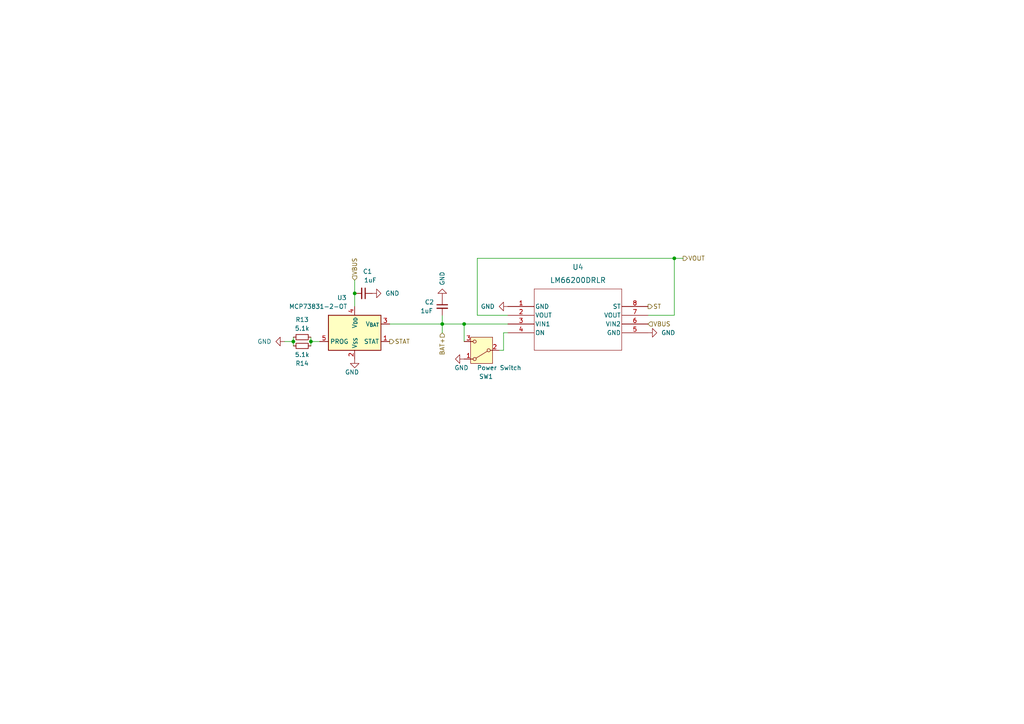
<source format=kicad_sch>
(kicad_sch (version 20230121) (generator eeschema)
  (paper "A4")
  (lib_symbols
    (symbol "Battery_Management:MCP73831-2-OT"
      (property "Reference" "U" (at -7.62 6.35 0))
      (property "Value" "MCP73831-2-OT" (at 1.27 6.35 0))
      (symbol "MCP73831-2-OT_0_1"
        (rectangle (start -7.62 5.08) (end 7.62 -5.08) (stroke (width 0.254)) (fill (type background)))
      )
      (symbol "MCP73831-2-OT_1_1"
        (pin tri_state line (at 10.16 -2.54 180) (length 2.54) (name "STAT") (number "1"))
        (pin power_in line (at 0 -7.62 90) (length 2.54) (name "V_{SS}") (number "2"))
        (pin power_out line (at 10.16 2.54 180) (length 2.54) (name "V_{BAT}") (number "3"))
        (pin power_in line (at 0 7.62 270) (length 2.54) (name "V_{DD}") (number "4"))
        (pin input line (at -10.16 -2.54 0) (length 2.54) (name "PROG") (number "5"))
      )
    )
    (symbol "Device:C_Small" (pin_numbers hide) (pin_names (offset 0.254) hide)
      (property "Reference" "C" (at 0.254 1.778 0))
      (property "Value" "C_Small" (at 0.254 -2.032 0))
      (symbol "C_Small_0_1"
        (polyline (pts (xy -1.524 -0.508) (xy 1.524 -0.508)) (stroke (width 0.3302)))
        (polyline (pts (xy -1.524 0.508) (xy 1.524 0.508)) (stroke (width 0.3048)))
      )
      (symbol "C_Small_1_1"
        (pin passive line (at 0 2.54 270) (length 2.032) (name "~") (number "1"))
        (pin passive line (at 0 -2.54 90) (length 2.032) (name "~") (number "2"))
      )
    )
    (symbol "Device:R_Small" (pin_numbers hide) (pin_names (offset 0.254) hide)
      (property "Reference" "R" (at 0.762 0.508 0))
      (property "Value" "R_Small" (at 0.762 -1.016 0))
      (symbol "R_Small_0_1"
        (rectangle (start -0.762 1.778) (end 0.762 -1.778) (stroke (width 0.2032)))
      )
      (symbol "R_Small_1_1"
        (pin passive line (at 0 2.54 270) (length 0.762) (name "~") (number "1"))
        (pin passive line (at 0 -2.54 90) (length 0.762) (name "~") (number "2"))
      )
    )
    (symbol "Power Diode:LM66200DRLR" (pin_names (offset 0.254))
      (property "Reference" "U" (at 20.32 10.16 0))
      (property "Value" "LM66200DRLR" (at 20.32 7.62 0))
      (symbol "LM66200DRLR_0_1"
        (polyline (pts (xy 7.62 -12.7) (xy 33.02 -12.7)) (stroke (width 0.127)))
        (polyline (pts (xy 7.62 5.08) (xy 7.62 -12.7)) (stroke (width 0.127)))
        (polyline (pts (xy 33.02 -12.7) (xy 33.02 5.08)) (stroke (width 0.127)))
        (polyline (pts (xy 33.02 5.08) (xy 7.62 5.08)) (stroke (width 0.127)))
        (pin power_out line (at 0 0 0) (length 7.62) (name "GND") (number "1"))
        (pin power_in line (at 0 -2.54 0) (length 7.62) (name "VOUT") (number "2"))
        (pin input line (at 0 -5.08 0) (length 7.62) (name "VIN1") (number "3"))
        (pin input line (at 0 -7.62 0) (length 7.62) (name "ON") (number "4"))
        (pin power_out line (at 40.64 -7.62 180) (length 7.62) (name "GND") (number "5"))
        (pin input line (at 40.64 -5.08 180) (length 7.62) (name "VIN2") (number "6"))
        (pin output line (at 40.64 -2.54 180) (length 7.62) (name "VOUT") (number "7"))
        (pin output line (at 40.64 0 180) (length 7.62) (name "ST") (number "8"))
      )
    )
    (symbol "Switch:SW_SPDT" (pin_names (offset 0) hide)
      (property "Reference" "SW" (at 0 5.08 0))
      (property "Value" "SW_SPDT" (at 0 -5.08 0))
      (symbol "SW_SPDT_0_1"
        (circle (center -2.032 0) (radius 0.4572))
        (polyline (pts (xy -1.651 0.254) (xy 1.651 2.286)))
        (circle (center 2.032 -2.54) (radius 0.4572))
        (circle (center 2.032 2.54) (radius 0.4572))
      )
      (symbol "SW_SPDT_1_1"
        (rectangle (start -3.175 3.81) (end 3.175 -3.81) (fill (type background)))
        (pin passive line (at 5.08 2.54 180) (length 2.54) (name "A") (number "1"))
        (pin passive line (at -5.08 0 0) (length 2.54) (name "B") (number "2"))
        (pin passive line (at 5.08 -2.54 180) (length 2.54) (name "C") (number "3"))
      )
    )
    (symbol "power:GND" (power) (pin_names (offset 0))
      (property "Value" "GND" (at 0 -3.81 0))
      (symbol "GND_0_1"
        (polyline (pts (xy 0 0) (xy 0 -1.27) (xy 1.27 -1.27) (xy 0 -2.54) (xy -1.27 -1.27) (xy 0 -1.27)))
      )
      (symbol "GND_1_1"
        (pin power_in line (at 0 0 270) (length 0) hide (name "GND") (number "1"))
      )
    )
  )
  (junction (at 85.09 99.06))
  (junction (at 195.58 74.93))
  (junction (at 90.17 99.06))
  (junction (at 102.87 85.09))
  (junction (at 134.62 93.98))
  (junction (at 128.27 93.98))
  (wire (pts (xy 187.96 91.44) (xy 195.58 91.44)))
  (wire (pts (xy 146.05 101.6) (xy 144.78 101.6)))
  (wire (pts (xy 102.87 81.28) (xy 102.87 85.09)))
  (wire (pts (xy 82.55 99.06) (xy 85.09 99.06)))
  (wire (pts (xy 85.09 97.79) (xy 85.09 99.06)))
  (wire (pts (xy 113.03 93.98) (xy 128.27 93.98)))
  (wire (pts (xy 85.09 99.06) (xy 85.09 100.33)))
  (wire (pts (xy 128.27 93.98) (xy 134.62 93.98)))
  (wire (pts (xy 134.62 93.98) (xy 147.32 93.98)))
  (wire (pts (xy 146.05 101.6) (xy 146.05 96.52)))
  (wire (pts (xy 146.05 96.52) (xy 147.32 96.52)))
  (wire (pts (xy 90.17 99.06) (xy 90.17 100.33)))
  (wire (pts (xy 195.58 74.93) (xy 195.58 91.44)))
  (wire (pts (xy 128.27 93.98) (xy 128.27 96.52)))
  (wire (pts (xy 138.43 74.93) (xy 195.58 74.93)))
  (wire (pts (xy 90.17 97.79) (xy 90.17 99.06)))
  (wire (pts (xy 102.87 85.09) (xy 102.87 88.9)))
  (wire (pts (xy 134.62 93.98) (xy 134.62 99.06)))
  (wire (pts (xy 147.32 91.44) (xy 138.43 91.44)))
  (wire (pts (xy 195.58 74.93) (xy 198.12 74.93)))
  (wire (pts (xy 128.27 91.44) (xy 128.27 93.98)))
  (wire (pts (xy 90.17 99.06) (xy 92.71 99.06)))
  (wire (pts (xy 138.43 91.44) (xy 138.43 74.93)))
  (hierarchical_label "VBUS" (shape input) (at 187.96 93.98 0))
  (hierarchical_label "VOUT" (shape output) (at 198.12 74.93 0))
  (hierarchical_label "BAT+" (shape input) (at 128.27 96.52 270))
  (hierarchical_label "STAT" (shape output) (at 113.03 99.06 0))
  (hierarchical_label "ST" (shape output) (at 187.96 88.9 0))
  (hierarchical_label "VBUS" (shape input) (at 102.87 81.28 90))
  (symbol (lib_id "power:GND") (at 102.87 104.14 0) (unit 1)
    (property "Reference" "#PWR013" (effects hide))
    (property "Value" "GND" (at 104.14 107.95 0) (effects (justify right)))
  )
  (symbol (lib_id "power:GND") (at 147.32 88.9 270) (unit 1)
    (property "Reference" "#PWR016" (effects hide))
    (property "Value" "GND" (at 143.51 88.8999 90) (effects (justify right)))
  )
  (symbol (lib_id "power:GND") (at 134.62 104.14 270) (unit 1)
    (property "Reference" "#PWR015" (effects hide))
    (property "Value" "GND" (at 135.89 106.68 90) (effects (justify right)))
  )
  (symbol (lib_id "power:GND") (at 107.95 85.09 90) (unit 1)
    (property "Reference" "#PWR012" (effects hide))
    (property "Value" "GND" (at 111.76 85.09 90) (effects (justify right)))
  )
  (symbol (lib_id "Device:C_Small") (at 128.27 88.9 0) (unit 1)
    (property "Reference" "C2" (at 123.19 87.63 0) (effects (justify left)))
    (property "Value" "1uF" (at 121.92 90.17 0) (effects (justify left)))
    (property "Footprint" "Capacitor_SMD:C_0603_1608Metric" (effects hide))
  )
  (symbol (lib_id "Power Diode:LM66200DRLR") (at 147.32 88.9 0) (unit 1)
    (property "Reference" "U4" (at 167.64 77.47 0) (effects (font (size 1.524 1.524))))
    (property "Value" "LM66200DRLR" (at 167.64 81.28 0) (effects (font (size 1.524 1.524))))
    (property "Footprint" "Power Diode:SOT-5X3_DRL_TEX" (effects hide))
    (property "Datasheet" "https://www.ti.com/lit/ds/symlink/lm66200.pdf" (effects hide))
  )
  (symbol (lib_id "Device:R_Small") (at 87.63 97.79 90) (unit 1)
    (property "Reference" "R13" (at 87.63 92.71 90))
    (property "Value" "5.1k" (at 87.63 95.25 90))
    (property "Footprint" "Resistor_SMD:R_0603_1608Metric" (effects hide))
  )
  (symbol (lib_id "Switch:SW_SPDT") (at 139.7 101.6 180) (unit 1)
    (property "Reference" "SW1" (at 140.97 109.22 0))
    (property "Value" "Power Switch" (at 144.78 106.68 0))
    (property "Footprint" "Button_Switch_SMD:SW_SPDT_PCM12" (effects hide))
  )
  (symbol (lib_id "Battery_Management:MCP73831-2-OT") (at 102.87 96.52 0) (unit 1)
    (property "Reference" "U3" (at 97.79 86.36 0) (effects (justify left)))
    (property "Value" "MCP73831-2-OT" (at 83.82 88.9 0) (effects (justify left)))
    (property "Footprint" "Package_TO_SOT_SMD:SOT-23-5" (effects hide))
    (property "Datasheet" "http://ww1.microchip.com/downloads/en/DeviceDoc/20001984g.pdf" (effects hide))
  )
  (symbol (lib_id "power:GND") (at 128.27 86.36 180) (unit 1)
    (property "Reference" "#PWR014" (effects hide))
    (property "Value" "GND" (at 128.27 78.74 90) (effects (justify left)))
  )
  (symbol (lib_id "Device:R_Small") (at 87.63 100.33 270) (unit 1)
    (property "Reference" "R14" (at 87.63 105.41 90))
    (property "Value" "5.1k" (at 87.63 102.87 90))
    (property "Footprint" "Resistor_SMD:R_0603_1608Metric" (effects hide))
  )
  (symbol (lib_id "power:GND") (at 187.96 96.52 90) (unit 1)
    (property "Reference" "#PWR017" (effects hide))
    (property "Value" "GND" (at 191.77 96.5199 90) (effects (justify right)))
  )
  (symbol (lib_id "Device:C_Small") (at 105.41 85.09 270) (mirror x) (unit 1)
    (property "Reference" "C1" (at 107.95 78.74 90) (effects (justify right)))
    (property "Value" "1uF" (at 109.22 81.28 90) (effects (justify right)))
    (property "Footprint" "Capacitor_SMD:C_0603_1608Metric" (effects hide))
  )
  (symbol (lib_id "power:GND") (at 82.55 99.06 270) (unit 1)
    (property "Reference" "#PWR082" (effects hide))
    (property "Value" "GND" (at 78.74 99.06 90) (effects (justify right)))
  )
)
</source>
